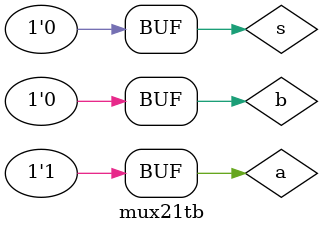
<source format=v>
module mux21tb;
reg a,b,s;
wire y;
mux21 rt(a,b,s,y);
initial begin
s=1;a=1;b=0;#10;
s=0;a=1;b=0;
end
initial
	$monitor(a,b,s,y);
endmodule

</source>
